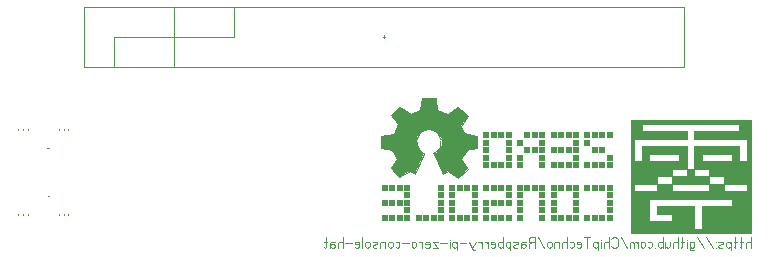
<source format=gbr>
%FSLAX34Y34*%
%MOMM*%
%LNSILK_BOTTOM_*%
G71*
G01*
%ADD10C, 0.10*%
%ADD11C, 0.11*%
%ADD12R, 0.50X0.50*%
%ADD13C, 0.00*%
%LPD*%
G54D10*
X84931Y979488D02*
X592931Y979488D01*
X592931Y928688D01*
X84931Y928688D01*
X84931Y979488D01*
G54D10*
X337741Y954088D02*
X340122Y954088D01*
G54D10*
X338931Y955278D02*
X338931Y952897D01*
G54D10*
X161131Y979488D02*
X161131Y954088D01*
X211931Y954088D01*
X211931Y979488D01*
G54D10*
X161131Y928688D02*
X161131Y954088D01*
X110331Y954088D01*
X110331Y928688D01*
G54D11*
X649288Y775494D02*
X649288Y784383D01*
G54D11*
X649288Y779049D02*
X648621Y780160D01*
X647288Y780494D01*
X645954Y780160D01*
X645288Y779049D01*
X645288Y775494D01*
G54D11*
X641510Y784383D02*
X641510Y776049D01*
X640844Y775494D01*
X640177Y775716D01*
G54D11*
X642844Y780494D02*
X640177Y780494D01*
G54D11*
X636399Y784383D02*
X636399Y776049D01*
X635732Y775494D01*
X635066Y775716D01*
G54D11*
X637732Y780494D02*
X635066Y780494D01*
G54D11*
X632622Y780494D02*
X632622Y773272D01*
G54D11*
X632622Y777160D02*
X631955Y775716D01*
X630622Y775494D01*
X629288Y775716D01*
X628622Y776827D01*
X628622Y779049D01*
X629288Y780160D01*
X630622Y780494D01*
X631955Y780160D01*
X632622Y778827D01*
G54D11*
X626178Y776049D02*
X624844Y775494D01*
X623511Y775494D01*
X622178Y776049D01*
X622178Y777160D01*
X622844Y777716D01*
X625511Y778272D01*
X626178Y778827D01*
X626178Y779938D01*
X624844Y780494D01*
X623511Y780494D01*
X622178Y779938D01*
G54D11*
X619734Y775494D02*
X619734Y775494D01*
G54D11*
X619734Y780494D02*
X619734Y780494D01*
G54D11*
X617290Y775494D02*
X611956Y784383D01*
G54D11*
X609512Y775494D02*
X604179Y784383D01*
G54D11*
X601736Y773827D02*
X600402Y773272D01*
X599469Y773272D01*
X598136Y773827D01*
X597736Y774938D01*
X597736Y780494D01*
G54D11*
X597736Y779049D02*
X598402Y780160D01*
X599736Y780494D01*
X601069Y780160D01*
X601736Y779049D01*
X601736Y776827D01*
X601069Y775716D01*
X599736Y775494D01*
X598402Y775716D01*
X597736Y776827D01*
G54D11*
X595292Y775494D02*
X595292Y780494D01*
G54D11*
X595292Y782160D02*
X595292Y782160D01*
G54D11*
X591514Y784383D02*
X591514Y776049D01*
X590848Y775494D01*
X590181Y775716D01*
G54D11*
X592848Y780494D02*
X590181Y780494D01*
G54D11*
X587736Y775494D02*
X587736Y784383D01*
G54D11*
X587736Y779049D02*
X587070Y780160D01*
X585736Y780494D01*
X584403Y780160D01*
X583736Y779049D01*
X583736Y775494D01*
G54D11*
X577292Y780494D02*
X577292Y775494D01*
G54D11*
X577292Y776605D02*
X577959Y775716D01*
X579292Y775494D01*
X580626Y775716D01*
X581292Y776605D01*
X581292Y780494D01*
G54D11*
X574848Y775494D02*
X574848Y784383D01*
G54D11*
X574848Y779049D02*
X574182Y780160D01*
X572848Y780494D01*
X571515Y780160D01*
X570848Y779049D01*
X570848Y776827D01*
X571515Y775716D01*
X572848Y775494D01*
X574182Y775716D01*
X574848Y776827D01*
G54D11*
X568404Y775494D02*
X568404Y775494D01*
G54D11*
X562627Y780160D02*
X563960Y780494D01*
X565294Y780160D01*
X565960Y779049D01*
X565960Y776827D01*
X565294Y775716D01*
X563960Y775494D01*
X562627Y775716D01*
G54D11*
X556184Y776827D02*
X556184Y779049D01*
X556850Y780160D01*
X558184Y780494D01*
X559517Y780160D01*
X560184Y779049D01*
X560184Y776827D01*
X559517Y775716D01*
X558184Y775494D01*
X556850Y775716D01*
X556184Y776827D01*
G54D11*
X553740Y775494D02*
X553740Y780494D01*
G54D11*
X553740Y779605D02*
X552406Y780494D01*
X551073Y780160D01*
X550406Y779383D01*
X550406Y775494D01*
G54D11*
X550406Y779605D02*
X549073Y780494D01*
X547740Y780160D01*
X547073Y779383D01*
X547073Y775494D01*
G54D11*
X544628Y775494D02*
X539295Y784383D01*
G54D11*
X531518Y777160D02*
X532185Y776049D01*
X533518Y775494D01*
X534852Y775494D01*
X536185Y776049D01*
X536852Y777160D01*
X536852Y782716D01*
X536185Y783827D01*
X534852Y784383D01*
X533518Y784383D01*
X532185Y783827D01*
X531518Y782716D01*
G54D11*
X529074Y775494D02*
X529074Y784383D01*
G54D11*
X529074Y779049D02*
X528408Y780160D01*
X527074Y780494D01*
X525741Y780160D01*
X525074Y779049D01*
X525074Y775494D01*
G54D11*
X522630Y775494D02*
X522630Y780494D01*
G54D11*
X522630Y782160D02*
X522630Y782160D01*
G54D11*
X520186Y780494D02*
X520186Y773272D01*
G54D11*
X520186Y777160D02*
X519520Y775716D01*
X518186Y775494D01*
X516853Y775716D01*
X516186Y776827D01*
X516186Y779049D01*
X516853Y780160D01*
X518186Y780494D01*
X519520Y780160D01*
X520186Y778827D01*
G54D11*
X511076Y775494D02*
X511076Y784383D01*
G54D11*
X513742Y784383D02*
X508409Y784383D01*
G54D11*
X501966Y776049D02*
X503032Y775494D01*
X504366Y775494D01*
X505699Y776049D01*
X505966Y777160D01*
X505966Y779049D01*
X505299Y780160D01*
X503966Y780494D01*
X502632Y780160D01*
X501966Y779383D01*
X501966Y778272D01*
X505966Y778272D01*
G54D11*
X496188Y780160D02*
X497522Y780494D01*
X498855Y780160D01*
X499522Y779049D01*
X499522Y776827D01*
X498855Y775716D01*
X497522Y775494D01*
X496188Y775716D01*
G54D11*
X493744Y775494D02*
X493744Y784383D01*
G54D11*
X493744Y779049D02*
X493078Y780160D01*
X491744Y780494D01*
X490411Y780160D01*
X489744Y779049D01*
X489744Y775494D01*
G54D11*
X487300Y775494D02*
X487300Y780494D01*
G54D11*
X487300Y779383D02*
X486634Y780160D01*
X485300Y780494D01*
X483967Y780160D01*
X483300Y779383D01*
X483300Y775494D01*
G54D11*
X476856Y776827D02*
X476856Y779049D01*
X477523Y780160D01*
X478856Y780494D01*
X480190Y780160D01*
X480856Y779049D01*
X480856Y776827D01*
X480190Y775716D01*
X478856Y775494D01*
X477523Y775716D01*
X476856Y776827D01*
G54D11*
X474412Y775494D02*
X469079Y784383D01*
G54D11*
X464058Y779938D02*
X462058Y778827D01*
X461392Y777716D01*
X461392Y775494D01*
G54D11*
X466725Y775494D02*
X466725Y784383D01*
X463392Y784383D01*
X462058Y783827D01*
X461392Y782716D01*
X461392Y781605D01*
X462058Y780494D01*
X463392Y779938D01*
X466725Y779938D01*
G54D11*
X458948Y779938D02*
X457615Y780494D01*
X456015Y780494D01*
X454948Y779383D01*
X454948Y775494D01*
G54D11*
X454948Y777160D02*
X455615Y778272D01*
X456948Y778494D01*
X458281Y778272D01*
X458948Y777160D01*
X458681Y776049D01*
X457615Y775494D01*
X456948Y775494D01*
X456681Y775494D01*
X455615Y776049D01*
X454948Y777160D01*
G54D11*
X452504Y776049D02*
X451171Y775494D01*
X449837Y775494D01*
X448504Y776049D01*
X448504Y777160D01*
X449171Y777716D01*
X451837Y778272D01*
X452504Y778827D01*
X452504Y779938D01*
X451171Y780494D01*
X449837Y780494D01*
X448504Y779938D01*
G54D11*
X446060Y780494D02*
X446060Y773272D01*
G54D11*
X446060Y777160D02*
X445393Y775716D01*
X444060Y775494D01*
X442727Y775716D01*
X442060Y776827D01*
X442060Y779049D01*
X442727Y780160D01*
X444060Y780494D01*
X445393Y780160D01*
X446060Y778827D01*
G54D11*
X439616Y775494D02*
X439616Y784383D01*
G54D11*
X439616Y779049D02*
X438949Y780160D01*
X437616Y780494D01*
X436283Y780160D01*
X435616Y779049D01*
X435616Y776827D01*
X436283Y775716D01*
X437616Y775494D01*
X438949Y775716D01*
X439616Y776827D01*
G54D11*
X429172Y776049D02*
X430239Y775494D01*
X431572Y775494D01*
X432905Y776049D01*
X433172Y777160D01*
X433172Y779049D01*
X432505Y780160D01*
X431172Y780494D01*
X429839Y780160D01*
X429172Y779383D01*
X429172Y778272D01*
X433172Y778272D01*
G54D11*
X426728Y775494D02*
X426728Y780494D01*
G54D11*
X426728Y779383D02*
X425395Y780494D01*
X424061Y780494D01*
G54D11*
X421617Y775494D02*
X421617Y780494D01*
G54D11*
X421617Y779383D02*
X420284Y780494D01*
X418950Y780494D01*
G54D11*
X416506Y780494D02*
X413839Y775494D01*
X411173Y780494D01*
G54D11*
X413839Y775494D02*
X414506Y773827D01*
X415173Y773272D01*
X415839Y773272D01*
G54D11*
X408729Y779383D02*
X403396Y779383D01*
G54D11*
X400952Y780494D02*
X400952Y773272D01*
G54D11*
X400952Y777160D02*
X400285Y775716D01*
X398952Y775494D01*
X397619Y775716D01*
X396952Y776827D01*
X396952Y779049D01*
X397619Y780160D01*
X398952Y780494D01*
X400285Y780160D01*
X400952Y778827D01*
G54D11*
X394508Y775494D02*
X394508Y780494D01*
G54D11*
X394508Y782160D02*
X394508Y782160D01*
G54D11*
X392064Y779383D02*
X386731Y779383D01*
G54D11*
X384287Y780494D02*
X380287Y780494D01*
X384287Y775494D01*
X380287Y775494D01*
G54D11*
X373843Y776049D02*
X374910Y775494D01*
X376243Y775494D01*
X377576Y776049D01*
X377843Y777160D01*
X377843Y779049D01*
X377176Y780160D01*
X375843Y780494D01*
X374510Y780160D01*
X373843Y779383D01*
X373843Y778272D01*
X377843Y778272D01*
G54D11*
X371399Y775494D02*
X371399Y780494D01*
G54D11*
X371399Y779383D02*
X370066Y780494D01*
X368732Y780494D01*
G54D11*
X362288Y776827D02*
X362288Y779049D01*
X362955Y780160D01*
X364288Y780494D01*
X365621Y780160D01*
X366288Y779049D01*
X366288Y776827D01*
X365621Y775716D01*
X364288Y775494D01*
X362955Y775716D01*
X362288Y776827D01*
G54D11*
X359844Y779383D02*
X354511Y779383D01*
G54D11*
X348734Y780160D02*
X350067Y780494D01*
X351400Y780160D01*
X352067Y779049D01*
X352067Y776827D01*
X351400Y775716D01*
X350067Y775494D01*
X348734Y775716D01*
G54D11*
X342290Y776827D02*
X342290Y779049D01*
X342957Y780160D01*
X344290Y780494D01*
X345623Y780160D01*
X346290Y779049D01*
X346290Y776827D01*
X345623Y775716D01*
X344290Y775494D01*
X342957Y775716D01*
X342290Y776827D01*
G54D11*
X339846Y775494D02*
X339846Y780494D01*
G54D11*
X339846Y779383D02*
X339179Y780160D01*
X337846Y780494D01*
X336513Y780160D01*
X335846Y779383D01*
X335846Y775494D01*
G54D11*
X333402Y776049D02*
X332069Y775494D01*
X330735Y775494D01*
X329402Y776049D01*
X329402Y777160D01*
X330069Y777716D01*
X332735Y778272D01*
X333402Y778827D01*
X333402Y779938D01*
X332069Y780494D01*
X330735Y780494D01*
X329402Y779938D01*
G54D11*
X322958Y776827D02*
X322958Y779049D01*
X323625Y780160D01*
X324958Y780494D01*
X326291Y780160D01*
X326958Y779049D01*
X326958Y776827D01*
X326291Y775716D01*
X324958Y775494D01*
X323625Y775716D01*
X322958Y776827D01*
G54D11*
X320514Y775494D02*
X320514Y784383D01*
G54D11*
X314070Y776049D02*
X315137Y775494D01*
X316470Y775494D01*
X317803Y776049D01*
X318070Y777160D01*
X318070Y779049D01*
X317403Y780160D01*
X316070Y780494D01*
X314737Y780160D01*
X314070Y779383D01*
X314070Y778272D01*
X318070Y778272D01*
G54D11*
X311626Y779383D02*
X306293Y779383D01*
G54D11*
X303849Y775494D02*
X303849Y784383D01*
G54D11*
X303849Y779049D02*
X303182Y780160D01*
X301849Y780494D01*
X300516Y780160D01*
X299849Y779049D01*
X299849Y775494D01*
G54D11*
X297405Y779938D02*
X296072Y780494D01*
X294472Y780494D01*
X293405Y779383D01*
X293405Y775494D01*
G54D11*
X293405Y777160D02*
X294072Y778272D01*
X295405Y778494D01*
X296738Y778272D01*
X297405Y777160D01*
X297138Y776049D01*
X296072Y775494D01*
X295405Y775494D01*
X295138Y775494D01*
X294072Y776049D01*
X293405Y777160D01*
G54D11*
X289628Y784383D02*
X289628Y776049D01*
X288961Y775494D01*
X288294Y775716D01*
G54D11*
X290961Y780494D02*
X288294Y780494D01*
G36*
X649288Y883444D02*
X547688Y883444D01*
X547688Y867569D01*
X595312Y867569D01*
X595312Y873919D01*
X557212Y873919D01*
X557212Y880269D01*
X639762Y880269D01*
X639762Y873919D01*
X601662Y873919D01*
X601662Y867569D01*
X646112Y867569D01*
X646112Y848519D01*
X601662Y848519D01*
X601662Y842169D01*
X614362Y842169D01*
X614362Y835819D01*
X627062Y835819D01*
X627062Y829469D01*
X646112Y829469D01*
X646112Y823119D01*
X547688Y823119D01*
X547688Y816769D01*
X633412Y816769D01*
X633412Y810419D01*
X608012Y810419D01*
X608012Y791369D01*
X547688Y791369D01*
X547688Y788194D01*
X649288Y788194D01*
X649288Y883444D01*
G37*
G54D10*
X649288Y883444D02*
X547688Y883444D01*
X547688Y867569D01*
X595312Y867569D01*
X595312Y873919D01*
X557212Y873919D01*
X557212Y880269D01*
X639762Y880269D01*
X639762Y873919D01*
X601662Y873919D01*
X601662Y867569D01*
X646112Y867569D01*
X646112Y848519D01*
X601662Y848519D01*
X601662Y842169D01*
X614362Y842169D01*
X614362Y835819D01*
X627062Y835819D01*
X627062Y829469D01*
X646112Y829469D01*
X646112Y823119D01*
X547688Y823119D01*
X547688Y816769D01*
X633412Y816769D01*
X633412Y810419D01*
X608012Y810419D01*
X608012Y791369D01*
X547688Y791369D01*
X547688Y788194D01*
X649288Y788194D01*
X649288Y883444D01*
G36*
X639762Y861219D02*
X601662Y861219D01*
X601662Y848519D01*
X608012Y848519D01*
X608012Y854869D01*
X633412Y854869D01*
X633412Y848519D01*
X639762Y848519D01*
X639762Y861219D01*
G37*
G54D10*
X639762Y861219D02*
X601662Y861219D01*
X601662Y848519D01*
X608012Y848519D01*
X608012Y854869D01*
X633412Y854869D01*
X633412Y848519D01*
X639762Y848519D01*
X639762Y861219D01*
G36*
X595312Y861219D02*
X557212Y861219D01*
X557212Y829469D01*
X563562Y829469D01*
X563562Y854869D01*
X588962Y854869D01*
X588962Y842169D01*
X595312Y842169D01*
X595312Y861219D01*
G37*
G54D10*
X595312Y861219D02*
X557212Y861219D01*
X557212Y829469D01*
X563562Y829469D01*
X563562Y854869D01*
X588962Y854869D01*
X588962Y842169D01*
X595312Y842169D01*
X595312Y861219D01*
G36*
X550862Y867569D02*
X547688Y867569D01*
X547688Y823119D01*
X550862Y823119D01*
X550862Y829469D01*
X557212Y829469D01*
X557212Y848519D01*
X550862Y848519D01*
X550862Y867569D01*
G37*
G54D10*
X550862Y867569D02*
X547688Y867569D01*
X547688Y823119D01*
X550862Y823119D01*
X550862Y829469D01*
X557212Y829469D01*
X557212Y848519D01*
X550862Y848519D01*
X550862Y867569D01*
G36*
X627062Y829469D02*
X614362Y829469D01*
X614362Y823119D01*
X627062Y823119D01*
X627062Y829469D01*
G37*
G54D10*
X627062Y829469D02*
X614362Y829469D01*
X614362Y823119D01*
X627062Y823119D01*
X627062Y829469D01*
G36*
X614362Y835819D02*
X601662Y835819D01*
X601662Y842169D01*
X595312Y842169D01*
X595312Y835819D01*
X582612Y835819D01*
X582612Y829469D01*
X614362Y829469D01*
X614362Y835819D01*
G37*
G54D10*
X614362Y835819D02*
X601662Y835819D01*
X601662Y842169D01*
X595312Y842169D01*
X595312Y835819D01*
X582612Y835819D01*
X582612Y829469D01*
X614362Y829469D01*
X614362Y835819D01*
G36*
X582612Y829469D02*
X569912Y829469D01*
X569912Y823119D01*
X582612Y823119D01*
X582612Y829469D01*
G37*
G54D10*
X582612Y829469D02*
X569912Y829469D01*
X569912Y823119D01*
X582612Y823119D01*
X582612Y829469D01*
G36*
X588962Y848519D02*
X563562Y848519D01*
X563562Y829469D01*
X569912Y829469D01*
X569912Y835819D01*
X582612Y835819D01*
X582612Y842169D01*
X588962Y842169D01*
X588962Y848519D01*
G37*
G54D10*
X588962Y848519D02*
X563562Y848519D01*
X563562Y829469D01*
X569912Y829469D01*
X569912Y835819D01*
X582612Y835819D01*
X582612Y842169D01*
X588962Y842169D01*
X588962Y848519D01*
G36*
X601662Y810419D02*
X569912Y810419D01*
X569912Y804069D01*
X582612Y804069D01*
X582612Y797719D01*
X563562Y797719D01*
X563562Y816769D01*
X547688Y816769D01*
X547688Y791369D01*
X601662Y791369D01*
X601662Y810419D01*
G37*
G54D10*
X601662Y810419D02*
X569912Y810419D01*
X569912Y804069D01*
X582612Y804069D01*
X582612Y797719D01*
X563562Y797719D01*
X563562Y816769D01*
X547688Y816769D01*
X547688Y791369D01*
X601662Y791369D01*
X601662Y810419D01*
X530225Y870744D02*
G54D12*
D03*
X523875Y870744D02*
G54D12*
D03*
X517525Y870744D02*
G54D12*
D03*
X511175Y870744D02*
G54D12*
D03*
X511175Y864394D02*
G54D12*
D03*
X517525Y858044D02*
G54D12*
D03*
X523875Y858044D02*
G54D12*
D03*
X530225Y851694D02*
G54D12*
D03*
X530225Y845344D02*
G54D12*
D03*
X523875Y845344D02*
G54D12*
D03*
X517525Y845344D02*
G54D12*
D03*
X511175Y845344D02*
G54D12*
D03*
X501650Y870744D02*
G54D12*
D03*
X501650Y864394D02*
G54D12*
D03*
X501650Y858044D02*
G54D12*
D03*
X495300Y870744D02*
G54D12*
D03*
X488950Y870744D02*
G54D12*
D03*
X482600Y870744D02*
G54D12*
D03*
X495300Y858044D02*
G54D12*
D03*
X488950Y858044D02*
G54D12*
D03*
X482600Y858044D02*
G54D12*
D03*
X501650Y851694D02*
G54D12*
D03*
X501650Y845344D02*
G54D12*
D03*
X495300Y845344D02*
G54D12*
D03*
X488950Y845344D02*
G54D12*
D03*
X482600Y845344D02*
G54D12*
D03*
X473075Y845344D02*
G54D12*
D03*
X473075Y851694D02*
G54D12*
D03*
X473075Y858044D02*
G54D12*
D03*
X473075Y864394D02*
G54D12*
D03*
X473075Y870744D02*
G54D12*
D03*
X466725Y870744D02*
G54D12*
D03*
X460375Y870744D02*
G54D12*
D03*
X454025Y864394D02*
G54D12*
D03*
X460375Y858044D02*
G54D12*
D03*
X466725Y858044D02*
G54D12*
D03*
X454025Y851694D02*
G54D12*
D03*
X454025Y845344D02*
G54D12*
D03*
X444500Y864394D02*
G54D12*
D03*
X444500Y858044D02*
G54D12*
D03*
X444500Y851694D02*
G54D12*
D03*
X438150Y845344D02*
G54D12*
D03*
X431800Y845344D02*
G54D12*
D03*
X425450Y851694D02*
G54D12*
D03*
X425450Y858044D02*
G54D12*
D03*
X425450Y864394D02*
G54D12*
D03*
X431800Y870744D02*
G54D12*
D03*
X438150Y870744D02*
G54D12*
D03*
X444500Y870744D02*
G54D12*
D03*
X444500Y845344D02*
G54D12*
D03*
X425450Y870744D02*
G54D12*
D03*
X425450Y845344D02*
G54D12*
D03*
X530225Y819944D02*
G54D12*
D03*
X530225Y813594D02*
G54D12*
D03*
X530225Y807244D02*
G54D12*
D03*
X523875Y800894D02*
G54D12*
D03*
X517525Y800894D02*
G54D12*
D03*
X511175Y800894D02*
G54D12*
D03*
X523875Y826294D02*
G54D12*
D03*
X517525Y826294D02*
G54D12*
D03*
X511175Y826294D02*
G54D12*
D03*
X501650Y819944D02*
G54D12*
D03*
X501650Y813594D02*
G54D12*
D03*
X501650Y826294D02*
G54D12*
D03*
X495300Y826294D02*
G54D12*
D03*
X488950Y826294D02*
G54D12*
D03*
X482600Y826294D02*
G54D12*
D03*
X482600Y819944D02*
G54D12*
D03*
X482600Y813594D02*
G54D12*
D03*
X482600Y807244D02*
G54D12*
D03*
X482600Y800894D02*
G54D12*
D03*
X501650Y800894D02*
G54D12*
D03*
X501650Y807244D02*
G54D12*
D03*
X495300Y800894D02*
G54D12*
D03*
X488950Y800894D02*
G54D12*
D03*
X530225Y826294D02*
G54D12*
D03*
X530225Y800894D02*
G54D12*
D03*
X473075Y800894D02*
G54D12*
D03*
X473075Y807244D02*
G54D12*
D03*
X473075Y813594D02*
G54D12*
D03*
X473075Y819944D02*
G54D12*
D03*
X473075Y826294D02*
G54D12*
D03*
X466725Y826294D02*
G54D12*
D03*
X460375Y826294D02*
G54D12*
D03*
X454025Y819944D02*
G54D12*
D03*
X454025Y813594D02*
G54D12*
D03*
X454025Y807244D02*
G54D12*
D03*
X454025Y800894D02*
G54D12*
D03*
X444500Y819944D02*
G54D12*
D03*
X444500Y826294D02*
G54D12*
D03*
X438150Y826294D02*
G54D12*
D03*
X431800Y826294D02*
G54D12*
D03*
X425450Y826294D02*
G54D12*
D03*
X444500Y800894D02*
G54D12*
D03*
X438150Y800894D02*
G54D12*
D03*
X431800Y800894D02*
G54D12*
D03*
X425450Y800894D02*
G54D12*
D03*
X425450Y807244D02*
G54D12*
D03*
X444500Y813594D02*
G54D12*
D03*
X438150Y813594D02*
G54D12*
D03*
X431800Y813594D02*
G54D12*
D03*
X425450Y813594D02*
G54D12*
D03*
X415925Y813594D02*
G54D12*
D03*
X415925Y807244D02*
G54D12*
D03*
X415925Y800894D02*
G54D12*
D03*
X415925Y819944D02*
G54D12*
D03*
X415925Y826294D02*
G54D12*
D03*
X409575Y826294D02*
G54D12*
D03*
X403225Y826294D02*
G54D12*
D03*
X396875Y826294D02*
G54D12*
D03*
X396875Y819944D02*
G54D12*
D03*
X396875Y813594D02*
G54D12*
D03*
X396875Y807244D02*
G54D12*
D03*
X396875Y800894D02*
G54D12*
D03*
X409575Y800894D02*
G54D12*
D03*
X403225Y800894D02*
G54D12*
D03*
X454025Y826294D02*
G54D12*
D03*
X387350Y826294D02*
G54D12*
D03*
X387350Y819944D02*
G54D12*
D03*
X387350Y813594D02*
G54D12*
D03*
X387350Y807244D02*
G54D12*
D03*
X387350Y800894D02*
G54D12*
D03*
X381000Y800894D02*
G54D12*
D03*
X374650Y800894D02*
G54D12*
D03*
X368300Y800894D02*
G54D12*
D03*
X358775Y800894D02*
G54D12*
D03*
X358775Y807244D02*
G54D12*
D03*
X358775Y813594D02*
G54D12*
D03*
X358775Y819944D02*
G54D12*
D03*
X358775Y826294D02*
G54D12*
D03*
X352425Y800894D02*
G54D12*
D03*
X346075Y800894D02*
G54D12*
D03*
X339725Y800894D02*
G54D12*
D03*
X352425Y813594D02*
G54D12*
D03*
X346075Y813594D02*
G54D12*
D03*
X339725Y813594D02*
G54D12*
D03*
X352425Y826294D02*
G54D12*
D03*
X346075Y826294D02*
G54D12*
D03*
X339725Y826294D02*
G54D12*
D03*
G54D10*
X382588Y902494D02*
X371475Y902494D01*
X369094Y892175D01*
X361553Y889000D01*
X352425Y894953D01*
X344488Y887809D01*
X350838Y879872D01*
X347266Y871934D01*
X336153Y870347D01*
X336153Y859631D01*
X346075Y858441D01*
X349647Y850106D01*
X344488Y842566D01*
X352028Y835025D01*
X360759Y840581D01*
X365125Y837803D01*
X372666Y854472D01*
G54D10*
X381397Y854472D02*
X388938Y838200D01*
X393303Y840184D01*
X401638Y834628D01*
X409972Y842169D01*
X404019Y850106D01*
X407591Y858441D01*
X417909Y859631D01*
X417512Y870347D01*
X406797Y872331D01*
X404019Y878681D01*
X409972Y887016D01*
X402034Y894556D01*
X392906Y889000D01*
X384175Y892175D01*
X382588Y902494D01*
G54D10*
G75*
G01X381140Y855157D02*
G03X372935Y855157I-4102J9665D01*
G01*
G36*
X417512Y870347D02*
X406797Y872331D01*
X404019Y878681D01*
X409972Y887016D01*
X402034Y894556D01*
X392906Y889000D01*
X384175Y892175D01*
X382588Y902494D01*
X371475Y902494D01*
X369094Y892175D01*
X361553Y889000D01*
X352425Y894953D01*
X344488Y887809D01*
X350838Y879872D01*
X347266Y871934D01*
X336153Y870347D01*
X336153Y859631D01*
X346075Y858441D01*
X349647Y850106D01*
X344488Y842566D01*
X352028Y835025D01*
X360759Y840581D01*
X365125Y837803D01*
X373062Y855266D01*
X371872Y855662D01*
X370681Y856456D01*
X368300Y858838D01*
X366712Y862012D01*
X366316Y863997D01*
X366316Y865584D01*
X366712Y867966D01*
X367903Y870744D01*
X370284Y873522D01*
X372269Y874712D01*
X374253Y875506D01*
X376634Y875903D01*
X379016Y875506D01*
X382191Y874712D01*
X384969Y872331D01*
X387747Y868362D01*
X387747Y862012D01*
X386556Y859631D01*
X384969Y857250D01*
X382588Y855266D01*
X381000Y855266D01*
X388938Y838200D01*
X393303Y840184D01*
X401638Y834628D01*
X409972Y842169D01*
X404019Y850106D01*
X417512Y870347D01*
G37*
G54D10*
X417512Y870347D02*
X406797Y872331D01*
X404019Y878681D01*
X409972Y887016D01*
X402034Y894556D01*
X392906Y889000D01*
X384175Y892175D01*
X382588Y902494D01*
X371475Y902494D01*
X369094Y892175D01*
X361553Y889000D01*
X352425Y894953D01*
X344488Y887809D01*
X350838Y879872D01*
X347266Y871934D01*
X336153Y870347D01*
X336153Y859631D01*
X346075Y858441D01*
X349647Y850106D01*
X344488Y842566D01*
X352028Y835025D01*
X360759Y840581D01*
X365125Y837803D01*
X373062Y855266D01*
X371872Y855662D01*
X370681Y856456D01*
X368300Y858838D01*
X366712Y862012D01*
X366316Y863997D01*
X366316Y865584D01*
X366712Y867966D01*
X367903Y870744D01*
X370284Y873522D01*
X372269Y874712D01*
X374253Y875506D01*
X376634Y875903D01*
X379016Y875506D01*
X382191Y874712D01*
X384969Y872331D01*
X387747Y868362D01*
X387747Y862012D01*
X386556Y859631D01*
X384969Y857250D01*
X382588Y855266D01*
X381000Y855266D01*
X388938Y838200D01*
X393303Y840184D01*
X401638Y834628D01*
X409972Y842169D01*
X404019Y850106D01*
X417512Y870347D01*
G36*
X417512Y870347D02*
X417909Y859631D01*
X407591Y858441D01*
X417512Y870347D01*
G37*
G54D10*
X417512Y870347D02*
X417909Y859631D01*
X407591Y858441D01*
X417512Y870347D01*
G54D13*
X37306Y875506D02*
X37306Y874712D01*
G54D13*
X29369Y875506D02*
X29369Y874712D01*
G54D13*
X29369Y804069D02*
X29369Y803275D01*
G54D13*
X37306Y804069D02*
X37306Y803275D01*
G54D13*
X63897Y875506D02*
X63897Y874712D01*
G54D13*
X71834Y875506D02*
X71834Y874712D01*
G54D13*
X71834Y804069D02*
X71834Y803275D01*
G54D13*
X63897Y804069D02*
X63897Y803275D01*
G54D13*
X67866Y875506D02*
X67866Y874712D01*
G54D13*
X67866Y804069D02*
X67866Y803275D01*
G54D13*
X33338Y804069D02*
X33338Y803275D01*
G54D13*
X33338Y875506D02*
X33338Y874712D01*
G54D13*
X53975Y859433D02*
X55166Y859433D01*
G54D13*
X54173Y819348D02*
X54967Y819348D01*
M02*

</source>
